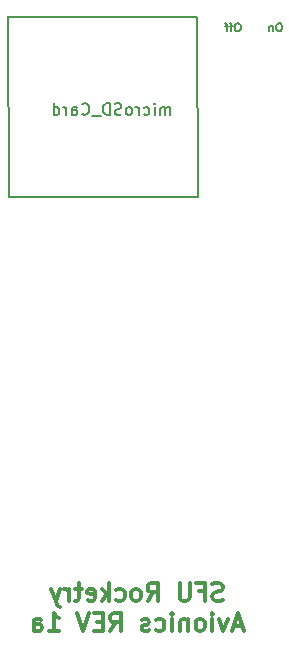
<source format=gbr>
G04 #@! TF.FileFunction,Legend,Bot*
%FSLAX46Y46*%
G04 Gerber Fmt 4.6, Leading zero omitted, Abs format (unit mm)*
G04 Created by KiCad (PCBNEW 4.0.7) date 07/17/18 10:36:10*
%MOMM*%
%LPD*%
G01*
G04 APERTURE LIST*
%ADD10C,0.100000*%
%ADD11C,0.300000*%
%ADD12C,0.150000*%
G04 APERTURE END LIST*
D10*
D11*
X107214285Y-124332143D02*
X106999999Y-124403571D01*
X106642856Y-124403571D01*
X106499999Y-124332143D01*
X106428570Y-124260714D01*
X106357142Y-124117857D01*
X106357142Y-123975000D01*
X106428570Y-123832143D01*
X106499999Y-123760714D01*
X106642856Y-123689286D01*
X106928570Y-123617857D01*
X107071428Y-123546429D01*
X107142856Y-123475000D01*
X107214285Y-123332143D01*
X107214285Y-123189286D01*
X107142856Y-123046429D01*
X107071428Y-122975000D01*
X106928570Y-122903571D01*
X106571428Y-122903571D01*
X106357142Y-122975000D01*
X105214285Y-123617857D02*
X105714285Y-123617857D01*
X105714285Y-124403571D02*
X105714285Y-122903571D01*
X104999999Y-122903571D01*
X104428571Y-122903571D02*
X104428571Y-124117857D01*
X104357143Y-124260714D01*
X104285714Y-124332143D01*
X104142857Y-124403571D01*
X103857143Y-124403571D01*
X103714285Y-124332143D01*
X103642857Y-124260714D01*
X103571428Y-124117857D01*
X103571428Y-122903571D01*
X100857142Y-124403571D02*
X101357142Y-123689286D01*
X101714285Y-124403571D02*
X101714285Y-122903571D01*
X101142857Y-122903571D01*
X100999999Y-122975000D01*
X100928571Y-123046429D01*
X100857142Y-123189286D01*
X100857142Y-123403571D01*
X100928571Y-123546429D01*
X100999999Y-123617857D01*
X101142857Y-123689286D01*
X101714285Y-123689286D01*
X99999999Y-124403571D02*
X100142857Y-124332143D01*
X100214285Y-124260714D01*
X100285714Y-124117857D01*
X100285714Y-123689286D01*
X100214285Y-123546429D01*
X100142857Y-123475000D01*
X99999999Y-123403571D01*
X99785714Y-123403571D01*
X99642857Y-123475000D01*
X99571428Y-123546429D01*
X99499999Y-123689286D01*
X99499999Y-124117857D01*
X99571428Y-124260714D01*
X99642857Y-124332143D01*
X99785714Y-124403571D01*
X99999999Y-124403571D01*
X98214285Y-124332143D02*
X98357142Y-124403571D01*
X98642856Y-124403571D01*
X98785714Y-124332143D01*
X98857142Y-124260714D01*
X98928571Y-124117857D01*
X98928571Y-123689286D01*
X98857142Y-123546429D01*
X98785714Y-123475000D01*
X98642856Y-123403571D01*
X98357142Y-123403571D01*
X98214285Y-123475000D01*
X97571428Y-124403571D02*
X97571428Y-122903571D01*
X97428571Y-123832143D02*
X97000000Y-124403571D01*
X97000000Y-123403571D02*
X97571428Y-123975000D01*
X95785714Y-124332143D02*
X95928571Y-124403571D01*
X96214285Y-124403571D01*
X96357142Y-124332143D01*
X96428571Y-124189286D01*
X96428571Y-123617857D01*
X96357142Y-123475000D01*
X96214285Y-123403571D01*
X95928571Y-123403571D01*
X95785714Y-123475000D01*
X95714285Y-123617857D01*
X95714285Y-123760714D01*
X96428571Y-123903571D01*
X95285714Y-123403571D02*
X94714285Y-123403571D01*
X95071428Y-122903571D02*
X95071428Y-124189286D01*
X95000000Y-124332143D01*
X94857142Y-124403571D01*
X94714285Y-124403571D01*
X94214285Y-124403571D02*
X94214285Y-123403571D01*
X94214285Y-123689286D02*
X94142857Y-123546429D01*
X94071428Y-123475000D01*
X93928571Y-123403571D01*
X93785714Y-123403571D01*
X93428571Y-123403571D02*
X93071428Y-124403571D01*
X92714286Y-123403571D02*
X93071428Y-124403571D01*
X93214286Y-124760714D01*
X93285714Y-124832143D01*
X93428571Y-124903571D01*
X108857143Y-126525000D02*
X108142857Y-126525000D01*
X109000000Y-126953571D02*
X108500000Y-125453571D01*
X108000000Y-126953571D01*
X107642857Y-125953571D02*
X107285714Y-126953571D01*
X106928572Y-125953571D01*
X106357143Y-126953571D02*
X106357143Y-125953571D01*
X106357143Y-125453571D02*
X106428572Y-125525000D01*
X106357143Y-125596429D01*
X106285715Y-125525000D01*
X106357143Y-125453571D01*
X106357143Y-125596429D01*
X105428571Y-126953571D02*
X105571429Y-126882143D01*
X105642857Y-126810714D01*
X105714286Y-126667857D01*
X105714286Y-126239286D01*
X105642857Y-126096429D01*
X105571429Y-126025000D01*
X105428571Y-125953571D01*
X105214286Y-125953571D01*
X105071429Y-126025000D01*
X105000000Y-126096429D01*
X104928571Y-126239286D01*
X104928571Y-126667857D01*
X105000000Y-126810714D01*
X105071429Y-126882143D01*
X105214286Y-126953571D01*
X105428571Y-126953571D01*
X104285714Y-125953571D02*
X104285714Y-126953571D01*
X104285714Y-126096429D02*
X104214286Y-126025000D01*
X104071428Y-125953571D01*
X103857143Y-125953571D01*
X103714286Y-126025000D01*
X103642857Y-126167857D01*
X103642857Y-126953571D01*
X102928571Y-126953571D02*
X102928571Y-125953571D01*
X102928571Y-125453571D02*
X103000000Y-125525000D01*
X102928571Y-125596429D01*
X102857143Y-125525000D01*
X102928571Y-125453571D01*
X102928571Y-125596429D01*
X101571428Y-126882143D02*
X101714285Y-126953571D01*
X101999999Y-126953571D01*
X102142857Y-126882143D01*
X102214285Y-126810714D01*
X102285714Y-126667857D01*
X102285714Y-126239286D01*
X102214285Y-126096429D01*
X102142857Y-126025000D01*
X101999999Y-125953571D01*
X101714285Y-125953571D01*
X101571428Y-126025000D01*
X101000000Y-126882143D02*
X100857143Y-126953571D01*
X100571428Y-126953571D01*
X100428571Y-126882143D01*
X100357143Y-126739286D01*
X100357143Y-126667857D01*
X100428571Y-126525000D01*
X100571428Y-126453571D01*
X100785714Y-126453571D01*
X100928571Y-126382143D01*
X101000000Y-126239286D01*
X101000000Y-126167857D01*
X100928571Y-126025000D01*
X100785714Y-125953571D01*
X100571428Y-125953571D01*
X100428571Y-126025000D01*
X97714285Y-126953571D02*
X98214285Y-126239286D01*
X98571428Y-126953571D02*
X98571428Y-125453571D01*
X98000000Y-125453571D01*
X97857142Y-125525000D01*
X97785714Y-125596429D01*
X97714285Y-125739286D01*
X97714285Y-125953571D01*
X97785714Y-126096429D01*
X97857142Y-126167857D01*
X98000000Y-126239286D01*
X98571428Y-126239286D01*
X97071428Y-126167857D02*
X96571428Y-126167857D01*
X96357142Y-126953571D02*
X97071428Y-126953571D01*
X97071428Y-125453571D01*
X96357142Y-125453571D01*
X95928571Y-125453571D02*
X95428571Y-126953571D01*
X94928571Y-125453571D01*
X92500000Y-126953571D02*
X93357143Y-126953571D01*
X92928571Y-126953571D02*
X92928571Y-125453571D01*
X93071428Y-125667857D01*
X93214286Y-125810714D01*
X93357143Y-125882143D01*
X91214286Y-126953571D02*
X91214286Y-126167857D01*
X91285715Y-126025000D01*
X91428572Y-125953571D01*
X91714286Y-125953571D01*
X91857143Y-126025000D01*
X91214286Y-126882143D02*
X91357143Y-126953571D01*
X91714286Y-126953571D01*
X91857143Y-126882143D01*
X91928572Y-126739286D01*
X91928572Y-126596429D01*
X91857143Y-126453571D01*
X91714286Y-126382143D01*
X91357143Y-126382143D01*
X91214286Y-126310714D01*
D12*
X112066665Y-75506667D02*
X111933332Y-75506667D01*
X111866665Y-75540000D01*
X111799998Y-75606667D01*
X111766665Y-75740000D01*
X111766665Y-75973333D01*
X111799998Y-76106667D01*
X111866665Y-76173333D01*
X111933332Y-76206667D01*
X112066665Y-76206667D01*
X112133332Y-76173333D01*
X112199998Y-76106667D01*
X112233332Y-75973333D01*
X112233332Y-75740000D01*
X112199998Y-75606667D01*
X112133332Y-75540000D01*
X112066665Y-75506667D01*
X111466665Y-75740000D02*
X111466665Y-76206667D01*
X111466665Y-75806667D02*
X111433332Y-75773333D01*
X111366665Y-75740000D01*
X111266665Y-75740000D01*
X111199999Y-75773333D01*
X111166665Y-75840000D01*
X111166665Y-76206667D01*
X108566667Y-75506667D02*
X108433334Y-75506667D01*
X108366667Y-75540000D01*
X108300000Y-75606667D01*
X108266667Y-75740000D01*
X108266667Y-75973333D01*
X108300000Y-76106667D01*
X108366667Y-76173333D01*
X108433334Y-76206667D01*
X108566667Y-76206667D01*
X108633334Y-76173333D01*
X108700000Y-76106667D01*
X108733334Y-75973333D01*
X108733334Y-75740000D01*
X108700000Y-75606667D01*
X108633334Y-75540000D01*
X108566667Y-75506667D01*
X108066667Y-75740000D02*
X107800001Y-75740000D01*
X107966667Y-76206667D02*
X107966667Y-75606667D01*
X107933334Y-75540000D01*
X107866667Y-75506667D01*
X107800001Y-75506667D01*
X107666667Y-75740000D02*
X107400001Y-75740000D01*
X107566667Y-76206667D02*
X107566667Y-75606667D01*
X107533334Y-75540000D01*
X107466667Y-75506667D01*
X107400001Y-75506667D01*
X89028000Y-74886500D02*
X89091500Y-90190000D01*
X105030000Y-75013500D02*
X89028000Y-75013500D01*
X105093500Y-90253500D02*
X105030000Y-75013500D01*
X89155000Y-90190000D02*
X105093500Y-90253500D01*
X102783072Y-83276381D02*
X102783072Y-82609714D01*
X102783072Y-82704952D02*
X102735453Y-82657333D01*
X102640215Y-82609714D01*
X102497357Y-82609714D01*
X102402119Y-82657333D01*
X102354500Y-82752571D01*
X102354500Y-83276381D01*
X102354500Y-82752571D02*
X102306881Y-82657333D01*
X102211643Y-82609714D01*
X102068786Y-82609714D01*
X101973548Y-82657333D01*
X101925929Y-82752571D01*
X101925929Y-83276381D01*
X101449739Y-83276381D02*
X101449739Y-82609714D01*
X101449739Y-82276381D02*
X101497358Y-82324000D01*
X101449739Y-82371619D01*
X101402120Y-82324000D01*
X101449739Y-82276381D01*
X101449739Y-82371619D01*
X100544977Y-83228762D02*
X100640215Y-83276381D01*
X100830692Y-83276381D01*
X100925930Y-83228762D01*
X100973549Y-83181143D01*
X101021168Y-83085905D01*
X101021168Y-82800190D01*
X100973549Y-82704952D01*
X100925930Y-82657333D01*
X100830692Y-82609714D01*
X100640215Y-82609714D01*
X100544977Y-82657333D01*
X100116406Y-83276381D02*
X100116406Y-82609714D01*
X100116406Y-82800190D02*
X100068787Y-82704952D01*
X100021168Y-82657333D01*
X99925930Y-82609714D01*
X99830691Y-82609714D01*
X99354501Y-83276381D02*
X99449739Y-83228762D01*
X99497358Y-83181143D01*
X99544977Y-83085905D01*
X99544977Y-82800190D01*
X99497358Y-82704952D01*
X99449739Y-82657333D01*
X99354501Y-82609714D01*
X99211643Y-82609714D01*
X99116405Y-82657333D01*
X99068786Y-82704952D01*
X99021167Y-82800190D01*
X99021167Y-83085905D01*
X99068786Y-83181143D01*
X99116405Y-83228762D01*
X99211643Y-83276381D01*
X99354501Y-83276381D01*
X98640215Y-83228762D02*
X98497358Y-83276381D01*
X98259262Y-83276381D01*
X98164024Y-83228762D01*
X98116405Y-83181143D01*
X98068786Y-83085905D01*
X98068786Y-82990667D01*
X98116405Y-82895429D01*
X98164024Y-82847810D01*
X98259262Y-82800190D01*
X98449739Y-82752571D01*
X98544977Y-82704952D01*
X98592596Y-82657333D01*
X98640215Y-82562095D01*
X98640215Y-82466857D01*
X98592596Y-82371619D01*
X98544977Y-82324000D01*
X98449739Y-82276381D01*
X98211643Y-82276381D01*
X98068786Y-82324000D01*
X97640215Y-83276381D02*
X97640215Y-82276381D01*
X97402120Y-82276381D01*
X97259262Y-82324000D01*
X97164024Y-82419238D01*
X97116405Y-82514476D01*
X97068786Y-82704952D01*
X97068786Y-82847810D01*
X97116405Y-83038286D01*
X97164024Y-83133524D01*
X97259262Y-83228762D01*
X97402120Y-83276381D01*
X97640215Y-83276381D01*
X96878310Y-83371619D02*
X96116405Y-83371619D01*
X95306881Y-83181143D02*
X95354500Y-83228762D01*
X95497357Y-83276381D01*
X95592595Y-83276381D01*
X95735453Y-83228762D01*
X95830691Y-83133524D01*
X95878310Y-83038286D01*
X95925929Y-82847810D01*
X95925929Y-82704952D01*
X95878310Y-82514476D01*
X95830691Y-82419238D01*
X95735453Y-82324000D01*
X95592595Y-82276381D01*
X95497357Y-82276381D01*
X95354500Y-82324000D01*
X95306881Y-82371619D01*
X94449738Y-83276381D02*
X94449738Y-82752571D01*
X94497357Y-82657333D01*
X94592595Y-82609714D01*
X94783072Y-82609714D01*
X94878310Y-82657333D01*
X94449738Y-83228762D02*
X94544976Y-83276381D01*
X94783072Y-83276381D01*
X94878310Y-83228762D01*
X94925929Y-83133524D01*
X94925929Y-83038286D01*
X94878310Y-82943048D01*
X94783072Y-82895429D01*
X94544976Y-82895429D01*
X94449738Y-82847810D01*
X93973548Y-83276381D02*
X93973548Y-82609714D01*
X93973548Y-82800190D02*
X93925929Y-82704952D01*
X93878310Y-82657333D01*
X93783072Y-82609714D01*
X93687833Y-82609714D01*
X92925928Y-83276381D02*
X92925928Y-82276381D01*
X92925928Y-83228762D02*
X93021166Y-83276381D01*
X93211643Y-83276381D01*
X93306881Y-83228762D01*
X93354500Y-83181143D01*
X93402119Y-83085905D01*
X93402119Y-82800190D01*
X93354500Y-82704952D01*
X93306881Y-82657333D01*
X93211643Y-82609714D01*
X93021166Y-82609714D01*
X92925928Y-82657333D01*
M02*

</source>
